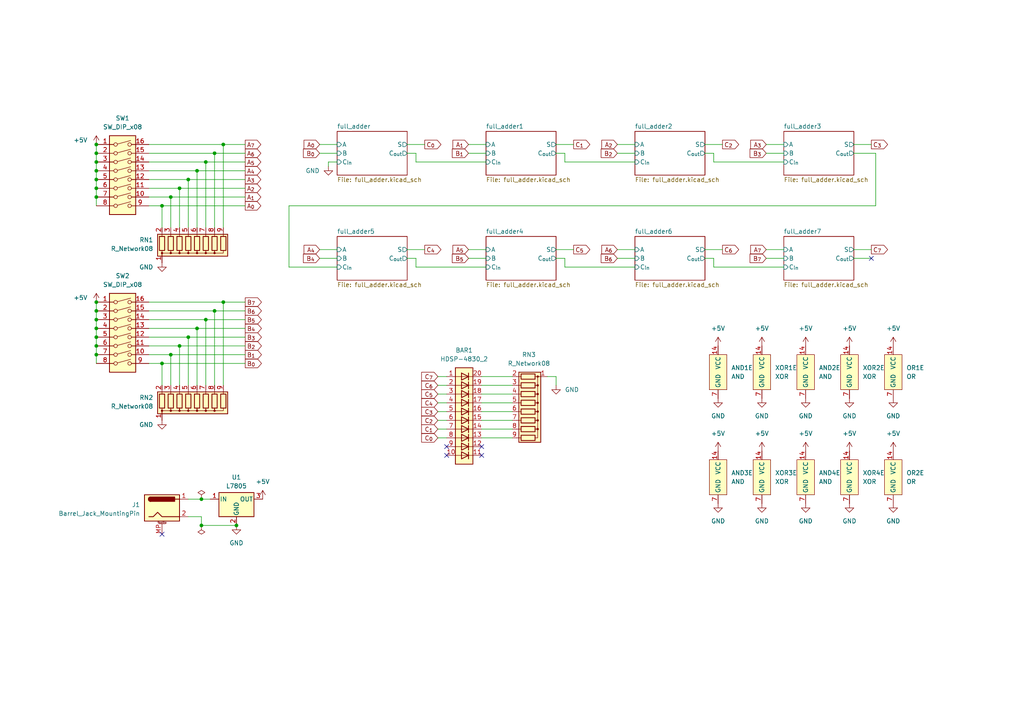
<source format=kicad_sch>
(kicad_sch (version 20230121) (generator eeschema)
  (paper "A4")
  (lib_symbols
    (symbol "Connector:Barrel_Jack_MountingPin" (pin_names hide)
      (property "Reference" "J" (at 0 5.334 0))
      (property "Value" "Barrel_Jack_MountingPin" (at 1.27 -6.35 0))
      (symbol "Barrel_Jack_MountingPin_0_1"
        (rectangle (start -5.08 3.81) (end 5.08 -3.81) (stroke (width 0.254)) (fill (type background)))
        (arc (start -3.302 3.175) (mid -3.9343 2.54) (end -3.302 1.905) (stroke (width 0.254)))
        (arc (start -3.302 3.175) (mid -3.9343 2.54) (end -3.302 1.905) (stroke (width 0.254)) (fill (type outline)))
        (polyline (pts (xy 5.08 2.54) (xy 3.81 2.54)) (stroke (width 0.254)))
        (polyline (pts (xy -3.81 -2.54) (xy -2.54 -2.54) (xy -1.27 -1.27) (xy 0 -2.54) (xy 2.54 -2.54) (xy 5.08 -2.54)) (stroke (width 0.254)))
        (rectangle (start 3.683 3.175) (end -3.302 1.905) (stroke (width 0.254)) (fill (type outline)))
      )
      (symbol "Barrel_Jack_MountingPin_1_1"
        (polyline (pts (xy -1.016 -4.572) (xy 1.016 -4.572)) (stroke (width 0.1524)))
        (text "Mounting" (at 0 -4.191 0) (effects (font (size 0.381 0.381))))
        (pin passive line (at 7.62 2.54 180) (length 2.54) (name "~") (number "1"))
        (pin passive line (at 7.62 -2.54 180) (length 2.54) (name "~") (number "2"))
        (pin passive line (at 0 -7.62 90) (length 3.048) (name "MountPin") (number "MP"))
      )
    )
    (symbol "Device:R_Network08" (pin_names (offset 0) hide)
      (property "Reference" "RN" (at -12.7 0 90))
      (property "Value" "R_Network08" (at 10.16 0 90))
      (symbol "R_Network08_0_1"
        (rectangle (start -11.43 -3.175) (end 8.89 3.175) (stroke (width 0.254)) (fill (type background)))
        (rectangle (start -10.922 1.524) (end -9.398 -2.54) (stroke (width 0.254)))
        (circle (center -10.16 2.286) (radius 0.254) (fill (type outline)))
        (rectangle (start -8.382 1.524) (end -6.858 -2.54) (stroke (width 0.254)))
        (circle (center -7.62 2.286) (radius 0.254) (fill (type outline)))
        (rectangle (start -5.842 1.524) (end -4.318 -2.54) (stroke (width 0.254)))
        (circle (center -5.08 2.286) (radius 0.254) (fill (type outline)))
        (rectangle (start -3.302 1.524) (end -1.778 -2.54) (stroke (width 0.254)))
        (circle (center -2.54 2.286) (radius 0.254) (fill (type outline)))
        (rectangle (start -0.762 1.524) (end 0.762 -2.54) (stroke (width 0.254)))
        (polyline (pts (xy -10.16 -2.54) (xy -10.16 -3.81)))
        (polyline (pts (xy -7.62 -2.54) (xy -7.62 -3.81)))
        (polyline (pts (xy -5.08 -2.54) (xy -5.08 -3.81)))
        (polyline (pts (xy -2.54 -2.54) (xy -2.54 -3.81)))
        (polyline (pts (xy 0 -2.54) (xy 0 -3.81)))
        (polyline (pts (xy 2.54 -2.54) (xy 2.54 -3.81)))
        (polyline (pts (xy 5.08 -2.54) (xy 5.08 -3.81)))
        (polyline (pts (xy 7.62 -2.54) (xy 7.62 -3.81)))
        (polyline (pts (xy -10.16 1.524) (xy -10.16 2.286) (xy -7.62 2.286) (xy -7.62 1.524)))
        (polyline (pts (xy -7.62 1.524) (xy -7.62 2.286) (xy -5.08 2.286) (xy -5.08 1.524)))
        (polyline (pts (xy -5.08 1.524) (xy -5.08 2.286) (xy -2.54 2.286) (xy -2.54 1.524)))
        (polyline (pts (xy -2.54 1.524) (xy -2.54 2.286) (xy 0 2.286) (xy 0 1.524)))
        (polyline (pts (xy 0 1.524) (xy 0 2.286) (xy 2.54 2.286) (xy 2.54 1.524)))
        (polyline (pts (xy 2.54 1.524) (xy 2.54 2.286) (xy 5.08 2.286) (xy 5.08 1.524)))
        (polyline (pts (xy 5.08 1.524) (xy 5.08 2.286) (xy 7.62 2.286) (xy 7.62 1.524)))
        (circle (center 0 2.286) (radius 0.254) (fill (type outline)))
        (rectangle (start 1.778 1.524) (end 3.302 -2.54) (stroke (width 0.254)))
        (circle (center 2.54 2.286) (radius 0.254) (fill (type outline)))
        (rectangle (start 4.318 1.524) (end 5.842 -2.54) (stroke (width 0.254)))
        (circle (center 5.08 2.286) (radius 0.254) (fill (type outline)))
        (rectangle (start 6.858 1.524) (end 8.382 -2.54) (stroke (width 0.254)))
      )
      (symbol "R_Network08_1_1"
        (pin passive line (at -10.16 5.08 270) (length 2.54) (name "common") (number "1"))
        (pin passive line (at -10.16 -5.08 90) (length 1.27) (name "R1") (number "2"))
        (pin passive line (at -7.62 -5.08 90) (length 1.27) (name "R2") (number "3"))
        (pin passive line (at -5.08 -5.08 90) (length 1.27) (name "R3") (number "4"))
        (pin passive line (at -2.54 -5.08 90) (length 1.27) (name "R4") (number "5"))
        (pin passive line (at 0 -5.08 90) (length 1.27) (name "R5") (number "6"))
        (pin passive line (at 2.54 -5.08 90) (length 1.27) (name "R6") (number "7"))
        (pin passive line (at 5.08 -5.08 90) (length 1.27) (name "R7") (number "8"))
        (pin passive line (at 7.62 -5.08 90) (length 1.27) (name "R8") (number "9"))
      )
    )
    (symbol "LED:HDSP-4830_2" (pin_names (offset 1.016) hide)
      (property "Reference" "BAR" (at 0 15.24 0))
      (property "Value" "HDSP-4830_2" (at 0 -17.78 0))
      (symbol "HDSP-4830_2_0_1"
        (rectangle (start -2.54 12.7) (end 2.54 -15.24) (stroke (width 0.254)) (fill (type background)))
        (polyline (pts (xy -2.54 -12.7) (xy 2.54 -12.7)))
        (polyline (pts (xy -2.54 -10.16) (xy 2.54 -10.16)))
        (polyline (pts (xy -2.54 -7.62) (xy 2.54 -7.62)))
        (polyline (pts (xy -2.54 -5.08) (xy 2.54 -5.08)))
        (polyline (pts (xy -2.54 0) (xy 2.54 0)))
        (polyline (pts (xy -2.54 5.08) (xy 2.54 5.08)))
        (polyline (pts (xy -2.54 7.62) (xy 2.54 7.62)))
        (polyline (pts (xy -2.54 10.16) (xy 2.54 10.16)))
        (polyline (pts (xy 1.27 -11.684) (xy 1.27 -13.716)) (stroke (width 0.254)))
        (polyline (pts (xy 1.27 -9.144) (xy 1.27 -11.176)) (stroke (width 0.254)))
        (polyline (pts (xy 1.27 -6.604) (xy 1.27 -8.636)) (stroke (width 0.254)))
        (polyline (pts (xy 1.27 -4.064) (xy 1.27 -6.096)) (stroke (width 0.254)))
        (polyline (pts (xy 1.27 -1.524) (xy 1.27 -3.556)) (stroke (width 0.254)))
        (polyline (pts (xy 1.27 1.016) (xy 1.27 -1.016)) (stroke (width 0.254)))
        (polyline (pts (xy 1.27 3.556) (xy 1.27 1.524)) (stroke (width 0.254)))
        (polyline (pts (xy 1.27 6.096) (xy 1.27 4.064)) (stroke (width 0.254)))
        (polyline (pts (xy 1.27 8.636) (xy 1.27 6.604)) (stroke (width 0.254)))
        (polyline (pts (xy 1.27 11.176) (xy 1.27 9.144)) (stroke (width 0.254)))
        (polyline (pts (xy 2.54 -2.54) (xy -2.54 -2.54)))
        (polyline (pts (xy 2.54 2.54) (xy -2.54 2.54)))
        (polyline (pts (xy -0.762 -11.684) (xy -0.762 -13.716) (xy 1.27 -12.7) (xy -0.762 -11.684)) (stroke (width 0.254)))
        (polyline (pts (xy -0.762 -9.144) (xy -0.762 -11.176) (xy 1.27 -10.16) (xy -0.762 -9.144)) (stroke (width 0.254)))
        (polyline (pts (xy -0.762 -6.604) (xy -0.762 -8.636) (xy 1.27 -7.62) (xy -0.762 -6.604)) (stroke (width 0.254)))
        (polyline (pts (xy -0.762 -4.064) (xy -0.762 -6.096) (xy 1.27 -5.08) (xy -0.762 -4.064)) (stroke (width 0.254)))
        (polyline (pts (xy -0.762 -1.524) (xy -0.762 -3.556) (xy 1.27 -2.54) (xy -0.762 -1.524)) (stroke (width 0.254)))
        (polyline (pts (xy -0.762 1.016) (xy -0.762 -1.016) (xy 1.27 0) (xy -0.762 1.016)) (stroke (width 0.254)))
        (polyline (pts (xy -0.762 3.556) (xy -0.762 1.524) (xy 1.27 2.54) (xy -0.762 3.556)) (stroke (width 0.254)))
        (polyline (pts (xy -0.762 6.096) (xy -0.762 4.064) (xy 1.27 5.08) (xy -0.762 6.096)) (stroke (width 0.254)))
        (polyline (pts (xy -0.762 8.636) (xy -0.762 6.604) (xy 1.27 7.62) (xy -0.762 8.636)) (stroke (width 0.254)))
        (polyline (pts (xy -0.762 11.176) (xy -0.762 9.144) (xy 1.27 10.16) (xy -0.762 11.176)) (stroke (width 0.254)))
      )
      (symbol "HDSP-4830_2_1_1"
        (pin passive line (at -5.08 10.16 0) (length 2.54) (name "A") (number "1"))
        (pin passive line (at -5.08 -12.7 0) (length 2.54) (name "A") (number "10"))
        (pin passive line (at 5.08 -12.7 180) (length 2.54) (name "K") (number "11"))
        (pin passive line (at 5.08 -10.16 180) (length 2.54) (name "K") (number "12"))
        (pin passive line (at 5.08 -7.62 180) (length 2.54) (name "K") (number "13"))
        (pin passive line (at 5.08 -5.08 180) (length 2.54) (name "K") (number "14"))
        (pin passive line (at 5.08 -2.54 180) (length 2.54) (name "K") (number "15"))
        (pin passive line (at 5.08 0 180) (length 2.54) (name "K") (number "16"))
        (pin passive line (at 5.08 2.54 180) (length 2.54) (name "K") (number "17"))
        (pin passive line (at 5.08 5.08 180) (length 2.54) (name "K") (number "18"))
        (pin passive line (at 5.08 7.62 180) (length 2.54) (name "K") (number "19"))
        (pin passive line (at -5.08 7.62 0) (length 2.54) (name "A") (number "2"))
        (pin passive line (at 5.08 10.16 180) (length 2.54) (name "K") (number "20"))
        (pin passive line (at -5.08 5.08 0) (length 2.54) (name "A") (number "3"))
        (pin passive line (at -5.08 2.54 0) (length 2.54) (name "A") (number "4"))
        (pin passive line (at -5.08 0 0) (length 2.54) (name "A") (number "5"))
        (pin passive line (at -5.08 -2.54 0) (length 2.54) (name "A") (number "6"))
        (pin passive line (at -5.08 -5.08 0) (length 2.54) (name "A") (number "7"))
        (pin passive line (at -5.08 -7.62 0) (length 2.54) (name "A") (number "8"))
        (pin passive line (at -5.08 -10.16 0) (length 2.54) (name "A") (number "9"))
      )
    )
    (symbol "Regulator_Linear:L7805" (pin_names (offset 0.254))
      (property "Reference" "U" (at -3.81 3.175 0))
      (property "Value" "L7805" (at 0 3.175 0))
      (symbol "L7805_0_1"
        (rectangle (start -5.08 1.905) (end 5.08 -5.08) (stroke (width 0.254)) (fill (type background)))
      )
      (symbol "L7805_1_1"
        (pin power_in line (at -7.62 0 0) (length 2.54) (name "IN") (number "1"))
        (pin power_in line (at 0 -7.62 90) (length 2.54) (name "GND") (number "2"))
        (pin power_out line (at 7.62 0 180) (length 2.54) (name "OUT") (number "3"))
      )
    )
    (symbol "Switch:SW_DIP_x08" (pin_names (offset 0) hide)
      (property "Reference" "SW" (at 0 13.97 0))
      (property "Value" "SW_DIP_x08" (at 0 -11.43 0))
      (symbol "SW_DIP_x08_0_0"
        (circle (center -2.032 -7.62) (radius 0.508))
        (circle (center -2.032 -5.08) (radius 0.508))
        (circle (center -2.032 -2.54) (radius 0.508))
        (circle (center -2.032 0) (radius 0.508))
        (circle (center -2.032 2.54) (radius 0.508))
        (circle (center -2.032 5.08) (radius 0.508))
        (circle (center -2.032 7.62) (radius 0.508))
        (circle (center -2.032 10.16) (radius 0.508))
        (polyline (pts (xy -1.524 -7.4676) (xy 2.3622 -6.4262)))
        (polyline (pts (xy -1.524 -4.9276) (xy 2.3622 -3.8862)))
        (polyline (pts (xy -1.524 -2.3876) (xy 2.3622 -1.3462)))
        (polyline (pts (xy -1.524 0.127) (xy 2.3622 1.1684)))
        (polyline (pts (xy -1.524 2.667) (xy 2.3622 3.7084)))
        (polyline (pts (xy -1.524 5.207) (xy 2.3622 6.2484)))
        (polyline (pts (xy -1.524 7.747) (xy 2.3622 8.7884)))
        (polyline (pts (xy -1.524 10.287) (xy 2.3622 11.3284)))
        (circle (center 2.032 -7.62) (radius 0.508))
        (circle (center 2.032 -5.08) (radius 0.508))
        (circle (center 2.032 -2.54) (radius 0.508))
        (circle (center 2.032 0) (radius 0.508))
        (circle (center 2.032 2.54) (radius 0.508))
        (circle (center 2.032 5.08) (radius 0.508))
        (circle (center 2.032 7.62) (radius 0.508))
        (circle (center 2.032 10.16) (radius 0.508))
      )
      (symbol "SW_DIP_x08_0_1"
        (rectangle (start -3.81 12.7) (end 3.81 -10.16) (stroke (width 0.254)) (fill (type background)))
      )
      (symbol "SW_DIP_x08_1_1"
        (pin passive line (at -7.62 10.16 0) (length 5.08) (name "~") (number "1"))
        (pin passive line (at 7.62 -5.08 180) (length 5.08) (name "~") (number "10"))
        (pin passive line (at 7.62 -2.54 180) (length 5.08) (name "~") (number "11"))
        (pin passive line (at 7.62 0 180) (length 5.08) (name "~") (number "12"))
        (pin passive line (at 7.62 2.54 180) (length 5.08) (name "~") (number "13"))
        (pin passive line (at 7.62 5.08 180) (length 5.08) (name "~") (number "14"))
        (pin passive line (at 7.62 7.62 180) (length 5.08) (name "~") (number "15"))
        (pin passive line (at 7.62 10.16 180) (length 5.08) (name "~") (number "16"))
        (pin passive line (at -7.62 7.62 0) (length 5.08) (name "~") (number "2"))
        (pin passive line (at -7.62 5.08 0) (length 5.08) (name "~") (number "3"))
        (pin passive line (at -7.62 2.54 0) (length 5.08) (name "~") (number "4"))
        (pin passive line (at -7.62 0 0) (length 5.08) (name "~") (number "5"))
        (pin passive line (at -7.62 -2.54 0) (length 5.08) (name "~") (number "6"))
        (pin passive line (at -7.62 -5.08 0) (length 5.08) (name "~") (number "7"))
        (pin passive line (at -7.62 -7.62 0) (length 5.08) (name "~") (number "8"))
        (pin passive line (at 7.62 -7.62 180) (length 5.08) (name "~") (number "9"))
      )
    )
    (symbol "power:+5V" (power) (pin_names (offset 0))
      (property "Value" "+5V" (at 0 3.556 0))
      (symbol "+5V_0_1"
        (polyline (pts (xy -0.762 1.27) (xy 0 2.54)))
        (polyline (pts (xy 0 0) (xy 0 2.54)))
        (polyline (pts (xy 0 2.54) (xy 0.762 1.27)))
      )
      (symbol "+5V_1_1"
        (pin power_in line (at 0 0 90) (length 0) hide (name "+5V") (number "1"))
      )
    )
    (symbol "power:GND" (power) (pin_names (offset 0))
      (property "Value" "GND" (at 0 -3.81 0))
      (symbol "GND_0_1"
        (polyline (pts (xy 0 0) (xy 0 -1.27) (xy 1.27 -1.27) (xy 0 -2.54) (xy -1.27 -1.27) (xy 0 -1.27)))
      )
      (symbol "GND_1_1"
        (pin power_in line (at 0 0 270) (length 0) hide (name "GND") (number "1"))
      )
    )
    (symbol "power:PWR_FLAG" (power) (pin_numbers hide) (pin_names (offset 0) hide)
      (property "Value" "PWR_FLAG" (at 0 3.81 0))
      (symbol "PWR_FLAG_0_0"
        (pin power_out line (at 0 0 90) (length 0) (name "pwr") (number "1"))
      )
      (symbol "PWR_FLAG_0_1"
        (polyline (pts (xy 0 0) (xy 0 1.27) (xy -1.016 1.905) (xy 0 2.54) (xy 1.016 1.905) (xy 0 1.27)))
      )
    )
    (symbol "small_logic:AND"
      (property "Reference" "U" (at 2.54 8.89 0))
      (property "Value" "AND" (at 2.54 6.35 0))
      (symbol "AND_1_1"
        (polyline (pts (xy 0.0873 2.54) (xy -2.4527 2.54) (xy -2.4527 -2.54) (xy 0.0873 -2.54)) (fill (type background)))
        (arc (start 0.0873 -2.54) (mid 2.5415 0) (end 0.0873 2.54) (fill (type background)))
        (text "&" (at 0 0 0) (effects (font (size 2 2))))
        (pin input line (at -5.08 1.27 0) (length 2.54) (name "") (number "1"))
        (pin input line (at -5.08 -1.27 0) (length 2.54) (name "") (number "2"))
        (pin output line (at 5.08 0 180) (length 2.54) (name "") (number "3"))
      )
      (symbol "AND_2_1"
        (polyline (pts (xy 0.0873 2.54) (xy -2.4527 2.54) (xy -2.4527 -2.54) (xy 0.0873 -2.54)) (fill (type background)))
        (arc (start 0.0873 -2.54) (mid 2.5415 0) (end 0.0873 2.54) (fill (type background)))
        (text "&" (at 0 0 0) (effects (font (size 2 2))))
        (pin input line (at -5.08 1.27 0) (length 2.54) (name "") (number "4"))
        (pin input line (at -5.08 -1.27 0) (length 2.54) (name "") (number "5"))
        (pin output line (at 5.08 0 180) (length 2.54) (name "") (number "6"))
      )
      (symbol "AND_3_1"
        (polyline (pts (xy 0.0873 2.54) (xy -2.4527 2.54) (xy -2.4527 -2.54) (xy 0.0873 -2.54)) (fill (type background)))
        (arc (start 0.0873 -2.54) (mid 2.5415 0) (end 0.0873 2.54) (fill (type background)))
        (text "&" (at 0 0 0) (effects (font (size 2 2))))
        (pin input line (at -5.08 -1.27 0) (length 2.54) (name "") (number "10"))
        (pin output line (at 5.08 0 180) (length 2.54) (name "") (number "8"))
        (pin input line (at -5.08 1.27 0) (length 2.54) (name "") (number "9"))
      )
      (symbol "AND_4_1"
        (polyline (pts (xy 0.0873 2.54) (xy -2.4527 2.54) (xy -2.4527 -2.54) (xy 0.0873 -2.54)) (fill (type background)))
        (arc (start 0.0873 -2.54) (mid 2.5415 0) (end 0.0873 2.54) (fill (type background)))
        (text "&" (at 0 0 0) (effects (font (size 2 2))))
        (pin output line (at 5.08 0 180) (length 2.54) (name "") (number "11"))
        (pin input line (at -5.08 1.27 0) (length 2.54) (name "") (number "12"))
        (pin input line (at -5.08 -1.27 0) (length 2.54) (name "") (number "13"))
      )
      (symbol "AND_5_1"
        (rectangle (start -2.54 5.08) (end 2.54 -5.08) (fill (type background)))
        (pin power_in line (at 0 7.62 270) (length 2.54) (name "VCC") (number "14"))
        (pin power_in line (at 0 -7.62 90) (length 2.54) (name "GND") (number "7"))
      )
    )
    (symbol "small_logic:OR"
      (property "Reference" "U" (at 2.54 8.89 0))
      (property "Value" "OR" (at 2.54 6.35 0))
      (symbol "OR_1_1"
        (polyline (pts (xy -3.048 2.54) (xy -2.54 1.27) (xy -2.286 0) (xy -2.54 -1.27) (xy -3.048 -2.54) (xy -0.762 -2.286) (xy 0.762 -1.524) (xy 2.54 0) (xy 0.762 1.524) (xy -0.762 2.286) (xy -3.048 2.54)) (fill (type background)))
        (text "≥1" (at -0.0945 0 0) (effects (font (size 1.5 1.5))))
        (pin input line (at -5.08 1.27 0) (length 2.54) (name "") (number "1"))
        (pin input line (at -5.08 -1.27 0) (length 2.54) (name "") (number "2"))
        (pin output line (at 5.08 0 180) (length 2.54) (name "") (number "3"))
      )
      (symbol "OR_2_1"
        (polyline (pts (xy -3.048 2.54) (xy -2.54 1.27) (xy -2.286 0) (xy -2.54 -1.27) (xy -3.048 -2.54) (xy -0.762 -2.286) (xy 0.762 -1.524) (xy 2.54 0) (xy 0.762 1.524) (xy -0.762 2.286) (xy -3.048 2.54)) (fill (type background)))
        (text "≥1" (at -0.0943 0 0) (effects (font (size 1.5 1.5))))
        (pin input line (at -5.08 1.27 0) (length 2.54) (name "") (number "4"))
        (pin input line (at -5.08 -1.27 0) (length 2.54) (name "") (number "5"))
        (pin output line (at 5.08 0 180) (length 2.54) (name "") (number "6"))
      )
      (symbol "OR_3_1"
        (polyline (pts (xy -3.048 2.54) (xy -2.54 1.27) (xy -2.286 0) (xy -2.54 -1.27) (xy -3.048 -2.54) (xy -0.762 -2.286) (xy 0.762 -1.524) (xy 2.54 0) (xy 0.762 1.524) (xy -0.762 2.286) (xy -3.048 2.54)) (fill (type background)))
        (text "≥1" (at -0.0943 0 0) (effects (font (size 1.5 1.5))))
        (pin input line (at -5.08 -1.27 0) (length 2.54) (name "") (number "10"))
        (pin output line (at 5.08 0 180) (length 2.54) (name "") (number "8"))
        (pin input line (at -5.08 1.27 0) (length 2.54) (name "") (number "9"))
      )
      (symbol "OR_4_1"
        (polyline (pts (xy -3.048 2.54) (xy -2.54 1.27) (xy -2.286 0) (xy -2.54 -1.27) (xy -3.048 -2.54) (xy -0.762 -2.286) (xy 0.762 -1.524) (xy 2.54 0) (xy 0.762 1.524) (xy -0.762 2.286) (xy -3.048 2.54)) (fill (type background)))
        (text "≥1" (at -0.0943 0 0) (effects (font (size 1.5 1.5))))
        (pin output line (at 5.08 0 180) (length 2.54) (name "") (number "11"))
        (pin input line (at -5.08 1.27 0) (length 2.54) (name "") (number "12"))
        (pin input line (at -5.08 -1.27 0) (length 2.54) (name "") (number "13"))
      )
      (symbol "OR_5_1"
        (rectangle (start -2.54 5.08) (end 2.54 -5.08) (fill (type background)))
        (pin power_in line (at 0 7.62 270) (length 2.54) (name "VCC") (number "14"))
        (pin power_in line (at 0 -7.62 90) (length 2.54) (name "GND") (number "7"))
      )
    )
    (symbol "small_logic:XOR"
      (property "Reference" "U" (at 2.54 8.89 0))
      (property "Value" "XOR" (at 2.54 6.35 0))
      (symbol "XOR_1_1"
        (arc (start -3.1425 -2.54) (mid -2.3106 0) (end -3.1425 2.54) (stroke (width 0.25)))
        (polyline (pts (xy -2.286 2.54) (xy -1.778 1.27) (xy -1.524 0) (xy -1.778 -1.27) (xy -2.286 -2.54) (xy -0.762 -2.286) (xy 0.762 -1.524) (xy 2.54 0) (xy 0.762 1.524) (xy -0.762 2.286) (xy -2.286 2.54)) (fill (type background)))
        (text "=1" (at -0.0945 0 0) (effects (font (size 1.5 1.5))))
        (pin input line (at -5.08 1.27 0) (length 2.54) (name "") (number "1"))
        (pin input line (at -5.08 -1.27 0) (length 2.54) (name "") (number "2"))
        (pin output line (at 5.08 0 180) (length 2.54) (name "") (number "3"))
      )
      (symbol "XOR_2_1"
        (arc (start -3.1423 -2.54) (mid -2.3104 0) (end -3.1423 2.54) (stroke (width 0.25)))
        (polyline (pts (xy -2.2858 2.54) (xy -1.7778 1.27) (xy -1.5238 0) (xy -1.7778 -1.27) (xy -2.2858 -2.54) (xy -0.7618 -2.286) (xy 0.7622 -1.524) (xy 2.5402 0) (xy 0.7622 1.524) (xy -0.7618 2.286) (xy -2.2858 2.54)) (fill (type background)))
        (text "=1" (at -0.0943 0 0) (effects (font (size 1.5 1.5))))
        (pin input line (at -5.08 1.27 0) (length 2.54) (name "") (number "4"))
        (pin input line (at -5.08 -1.27 0) (length 2.54) (name "") (number "5"))
        (pin output line (at 5.08 0 180) (length 2.54) (name "") (number "6"))
      )
      (symbol "XOR_3_1"
        (arc (start -3.1423 -2.54) (mid -2.3104 0) (end -3.1423 2.54) (stroke (width 0.25)))
        (polyline (pts (xy -2.2858 2.54) (xy -1.7778 1.27) (xy -1.5238 0) (xy -1.7778 -1.27) (xy -2.2858 -2.54) (xy -0.7618 -2.286) (xy 0.7622 -1.524) (xy 2.5402 0) (xy 0.7622 1.524) (xy -0.7618 2.286) (xy -2.2858 2.54)) (fill (type background)))
        (text "=1" (at -0.0943 0 0) (effects (font (size 1.5 1.5))))
        (pin input line (at -5.08 -1.27 0) (length 2.54) (name "") (number "10"))
        (pin output line (at 5.08 0 180) (length 2.54) (name "") (number "8"))
        (pin input line (at -5.08 1.27 0) (length 2.54) (name "") (number "9"))
      )
      (symbol "XOR_4_1"
        (arc (start -3.1423 -2.54) (mid -2.3104 0) (end -3.1423 2.54) (stroke (width 0.25)))
        (polyline (pts (xy -2.2858 2.54) (xy -1.7778 1.27) (xy -1.5238 0) (xy -1.7778 -1.27) (xy -2.2858 -2.54) (xy -0.7618 -2.286) (xy 0.7622 -1.524) (xy 2.5402 0) (xy 0.7622 1.524) (xy -0.7618 2.286) (xy -2.2858 2.54)) (fill (type background)))
        (text "=1" (at -0.0943 0 0) (effects (font (size 1.5 1.5))))
        (pin output line (at 5.08 0 180) (length 2.54) (name "") (number "11"))
        (pin input line (at -5.08 1.27 0) (length 2.54) (name "") (number "12"))
        (pin input line (at -5.08 -1.27 0) (length 2.54) (name "") (number "13"))
      )
      (symbol "XOR_5_1"
        (rectangle (start -2.54 5.08) (end 2.54 -5.08) (fill (type background)))
        (pin power_in line (at 0 7.62 270) (length 2.54) (name "VCC") (number "14"))
        (pin power_in line (at 0 -7.62 90) (length 2.54) (name "GND") (number "7"))
      )
    )
  )
  (junction (at 27.94 100.33))
  (junction (at 27.94 90.17))
  (junction (at 27.94 97.79))
  (junction (at 27.94 52.07))
  (junction (at 52.07 54.61))
  (junction (at 62.23 44.45))
  (junction (at 59.69 46.99))
  (junction (at 27.94 41.91))
  (junction (at 54.61 52.07))
  (junction (at 46.99 59.69))
  (junction (at 49.53 102.87))
  (junction (at 27.94 57.15))
  (junction (at 27.94 54.61))
  (junction (at 49.53 57.15))
  (junction (at 64.77 41.91))
  (junction (at 27.94 95.25))
  (junction (at 52.07 100.33))
  (junction (at 27.94 49.53))
  (junction (at 54.61 97.79))
  (junction (at 27.94 92.71))
  (junction (at 58.42 144.78))
  (junction (at 58.42 152.4))
  (junction (at 27.94 102.87))
  (junction (at 27.94 46.99))
  (junction (at 27.94 44.45))
  (junction (at 64.77 87.63))
  (junction (at 57.15 95.25))
  (junction (at 27.94 87.63))
  (junction (at 57.15 49.53))
  (junction (at 59.69 92.71))
  (junction (at 62.23 90.17))
  (junction (at 46.99 105.41))
  (junction (at 68.58 152.4))
  (no_connect (at 129.54 129.54))
  (no_connect (at 129.54 132.08))
  (no_connect (at 139.7 129.54))
  (no_connect (at 139.7 132.08))
  (no_connect (at 46.99 154.94))
  (no_connect (at 252.73 74.93))
  (wire (pts (xy 62.23 44.45) (xy 71.12 44.45)))
  (wire (pts (xy 254 59.69) (xy 83.82 59.69)))
  (wire (pts (xy 54.61 52.07) (xy 71.12 52.07)))
  (wire (pts (xy 222.25 44.45) (xy 227.33 44.45)))
  (wire (pts (xy 52.07 54.61) (xy 71.12 54.61)))
  (wire (pts (xy 64.77 66.04) (xy 64.77 41.91)))
  (wire (pts (xy 120.65 74.93) (xy 120.65 77.47)))
  (wire (pts (xy 52.07 100.33) (xy 71.12 100.33)))
  (wire (pts (xy 207.01 74.93) (xy 207.01 77.47)))
  (wire (pts (xy 179.07 41.91) (xy 184.15 41.91)))
  (wire (pts (xy 43.18 87.63) (xy 64.77 87.63)))
  (wire (pts (xy 59.69 66.04) (xy 59.69 46.99)))
  (wire (pts (xy 252.73 41.91) (xy 247.65 41.91)))
  (wire (pts (xy 95.25 48.26) (xy 95.25 46.99)))
  (wire (pts (xy 43.18 105.41) (xy 46.99 105.41)))
  (wire (pts (xy 64.77 111.76) (xy 64.77 87.63)))
  (wire (pts (xy 148.59 127) (xy 139.7 127)))
  (wire (pts (xy 179.07 74.93) (xy 184.15 74.93)))
  (wire (pts (xy 83.82 59.69) (xy 83.82 77.47)))
  (wire (pts (xy 161.29 109.22) (xy 161.29 111.76)))
  (wire (pts (xy 57.15 66.04) (xy 57.15 49.53)))
  (wire (pts (xy 127 119.38) (xy 129.54 119.38)))
  (wire (pts (xy 62.23 111.76) (xy 62.23 90.17)))
  (wire (pts (xy 92.71 44.45) (xy 97.79 44.45)))
  (wire (pts (xy 46.99 105.41) (xy 46.99 111.76)))
  (wire (pts (xy 27.94 97.79) (xy 27.94 100.33)))
  (wire (pts (xy 92.71 72.39) (xy 97.79 72.39)))
  (wire (pts (xy 57.15 111.76) (xy 57.15 95.25)))
  (wire (pts (xy 163.83 74.93) (xy 163.83 77.47)))
  (wire (pts (xy 62.23 90.17) (xy 71.12 90.17)))
  (wire (pts (xy 27.94 90.17) (xy 27.94 92.71)))
  (wire (pts (xy 54.61 97.79) (xy 71.12 97.79)))
  (wire (pts (xy 52.07 100.33) (xy 52.07 111.76)))
  (wire (pts (xy 43.18 54.61) (xy 52.07 54.61)))
  (wire (pts (xy 158.75 109.22) (xy 161.29 109.22)))
  (wire (pts (xy 179.07 72.39) (xy 184.15 72.39)))
  (wire (pts (xy 161.29 74.93) (xy 163.83 74.93)))
  (wire (pts (xy 92.71 41.91) (xy 97.79 41.91)))
  (wire (pts (xy 43.18 92.71) (xy 59.69 92.71)))
  (wire (pts (xy 43.18 59.69) (xy 46.99 59.69)))
  (wire (pts (xy 54.61 149.86) (xy 58.42 149.86)))
  (wire (pts (xy 54.61 144.78) (xy 58.42 144.78)))
  (wire (pts (xy 83.82 77.47) (xy 97.79 77.47)))
  (wire (pts (xy 139.7 124.46) (xy 148.59 124.46)))
  (wire (pts (xy 58.42 152.4) (xy 68.58 152.4)))
  (wire (pts (xy 27.94 46.99) (xy 27.94 49.53)))
  (wire (pts (xy 43.18 46.99) (xy 59.69 46.99)))
  (wire (pts (xy 43.18 52.07) (xy 54.61 52.07)))
  (wire (pts (xy 163.83 46.99) (xy 184.15 46.99)))
  (wire (pts (xy 27.94 52.07) (xy 27.94 54.61)))
  (wire (pts (xy 46.99 59.69) (xy 71.12 59.69)))
  (wire (pts (xy 209.55 72.39) (xy 204.47 72.39)))
  (wire (pts (xy 135.89 44.45) (xy 140.97 44.45)))
  (wire (pts (xy 207.01 44.45) (xy 207.01 46.99)))
  (wire (pts (xy 59.69 46.99) (xy 71.12 46.99)))
  (wire (pts (xy 49.53 57.15) (xy 71.12 57.15)))
  (wire (pts (xy 148.59 116.84) (xy 139.7 116.84)))
  (wire (pts (xy 54.61 97.79) (xy 43.18 97.79)))
  (wire (pts (xy 27.94 100.33) (xy 27.94 102.87)))
  (wire (pts (xy 58.42 144.78) (xy 60.96 144.78)))
  (wire (pts (xy 166.37 41.91) (xy 161.29 41.91)))
  (wire (pts (xy 43.18 57.15) (xy 49.53 57.15)))
  (wire (pts (xy 57.15 95.25) (xy 71.12 95.25)))
  (wire (pts (xy 118.11 74.93) (xy 120.65 74.93)))
  (wire (pts (xy 207.01 46.99) (xy 227.33 46.99)))
  (wire (pts (xy 161.29 44.45) (xy 163.83 44.45)))
  (wire (pts (xy 64.77 41.91) (xy 71.12 41.91)))
  (wire (pts (xy 139.7 119.38) (xy 148.59 119.38)))
  (wire (pts (xy 27.94 87.63) (xy 27.94 90.17)))
  (wire (pts (xy 49.53 102.87) (xy 43.18 102.87)))
  (wire (pts (xy 163.83 44.45) (xy 163.83 46.99)))
  (wire (pts (xy 123.19 41.91) (xy 118.11 41.91)))
  (wire (pts (xy 95.25 46.99) (xy 97.79 46.99)))
  (wire (pts (xy 222.25 74.93) (xy 227.33 74.93)))
  (wire (pts (xy 62.23 66.04) (xy 62.23 44.45)))
  (wire (pts (xy 49.53 57.15) (xy 49.53 66.04)))
  (wire (pts (xy 46.99 59.69) (xy 46.99 66.04)))
  (wire (pts (xy 204.47 44.45) (xy 207.01 44.45)))
  (wire (pts (xy 59.69 92.71) (xy 71.12 92.71)))
  (wire (pts (xy 209.55 41.91) (xy 204.47 41.91)))
  (wire (pts (xy 43.18 100.33) (xy 52.07 100.33)))
  (wire (pts (xy 27.94 57.15) (xy 27.94 54.61)))
  (wire (pts (xy 27.94 102.87) (xy 27.94 105.41)))
  (wire (pts (xy 54.61 111.76) (xy 54.61 97.79)))
  (wire (pts (xy 135.89 72.39) (xy 140.97 72.39)))
  (wire (pts (xy 120.65 46.99) (xy 140.97 46.99)))
  (wire (pts (xy 43.18 49.53) (xy 57.15 49.53)))
  (wire (pts (xy 120.65 77.47) (xy 140.97 77.47)))
  (wire (pts (xy 139.7 111.76) (xy 148.59 111.76)))
  (wire (pts (xy 204.47 74.93) (xy 207.01 74.93)))
  (wire (pts (xy 127 124.46) (xy 129.54 124.46)))
  (wire (pts (xy 163.83 77.47) (xy 184.15 77.47)))
  (wire (pts (xy 58.42 149.86) (xy 58.42 152.4)))
  (wire (pts (xy 207.01 77.47) (xy 227.33 77.47)))
  (wire (pts (xy 27.94 59.69) (xy 27.94 57.15)))
  (wire (pts (xy 43.18 44.45) (xy 62.23 44.45)))
  (wire (pts (xy 129.54 109.22) (xy 127 109.22)))
  (wire (pts (xy 127 116.84) (xy 129.54 116.84)))
  (wire (pts (xy 127 111.76) (xy 129.54 111.76)))
  (wire (pts (xy 135.89 41.91) (xy 140.97 41.91)))
  (wire (pts (xy 222.25 41.91) (xy 227.33 41.91)))
  (wire (pts (xy 123.19 72.39) (xy 118.11 72.39)))
  (wire (pts (xy 54.61 66.04) (xy 54.61 52.07)))
  (wire (pts (xy 57.15 49.53) (xy 71.12 49.53)))
  (wire (pts (xy 129.54 121.92) (xy 127 121.92)))
  (wire (pts (xy 127 114.3) (xy 129.54 114.3)))
  (wire (pts (xy 252.73 74.93) (xy 247.65 74.93)))
  (wire (pts (xy 27.94 95.25) (xy 27.94 97.79)))
  (wire (pts (xy 252.73 72.39) (xy 247.65 72.39)))
  (wire (pts (xy 43.18 41.91) (xy 64.77 41.91)))
  (wire (pts (xy 129.54 127) (xy 127 127)))
  (wire (pts (xy 166.37 72.39) (xy 161.29 72.39)))
  (wire (pts (xy 135.89 74.93) (xy 140.97 74.93)))
  (wire (pts (xy 139.7 114.3) (xy 148.59 114.3)))
  (wire (pts (xy 43.18 95.25) (xy 57.15 95.25)))
  (wire (pts (xy 222.25 72.39) (xy 227.33 72.39)))
  (wire (pts (xy 27.94 92.71) (xy 27.94 95.25)))
  (wire (pts (xy 64.77 87.63) (xy 71.12 87.63)))
  (wire (pts (xy 27.94 44.45) (xy 27.94 46.99)))
  (wire (pts (xy 27.94 49.53) (xy 27.94 52.07)))
  (wire (pts (xy 92.71 74.93) (xy 97.79 74.93)))
  (wire (pts (xy 120.65 44.45) (xy 120.65 46.99)))
  (wire (pts (xy 49.53 102.87) (xy 71.12 102.87)))
  (wire (pts (xy 59.69 111.76) (xy 59.69 92.71)))
  (wire (pts (xy 254 44.45) (xy 254 59.69)))
  (wire (pts (xy 148.59 109.22) (xy 139.7 109.22)))
  (wire (pts (xy 179.07 44.45) (xy 184.15 44.45)))
  (wire (pts (xy 247.65 44.45) (xy 254 44.45)))
  (wire (pts (xy 148.59 121.92) (xy 139.7 121.92)))
  (wire (pts (xy 49.53 102.87) (xy 49.53 111.76)))
  (wire (pts (xy 52.07 54.61) (xy 52.07 66.04)))
  (wire (pts (xy 118.11 44.45) (xy 120.65 44.45)))
  (wire (pts (xy 46.99 105.41) (xy 71.12 105.41)))
  (wire (pts (xy 27.94 41.91) (xy 27.94 44.45)))
  (wire (pts (xy 43.18 90.17) (xy 62.23 90.17)))
  (global_label "A_{2}" (shape input) (at 179.07 41.91 180) (property "Intersheetrefs" "${INTERSHEET_REFS}" (effects hide)))
  (global_label "A_{0}" (shape input) (at 92.71 41.91 180) (property "Intersheetrefs" "${INTERSHEET_REFS}" (effects hide)))
  (global_label "B_{0}" (shape output) (at 71.12 105.41 0) (property "Intersheetrefs" "${INTERSHEET_REFS}" (effects hide)))
  (global_label "C_{2}" (shape input) (at 127 121.92 180) (property "Intersheetrefs" "${INTERSHEET_REFS}" (effects hide)))
  (global_label "A_{1}" (shape input) (at 135.89 41.91 180) (property "Intersheetrefs" "${INTERSHEET_REFS}" (effects hide)))
  (global_label "B_{3}" (shape output) (at 71.12 97.79 0) (property "Intersheetrefs" "${INTERSHEET_REFS}" (effects hide)))
  (global_label "B_{2}" (shape output) (at 71.12 100.33 0) (property "Intersheetrefs" "${INTERSHEET_REFS}" (effects hide)))
  (global_label "B_{4}" (shape input) (at 92.71 74.93 180) (property "Intersheetrefs" "${INTERSHEET_REFS}" (effects hide)))
  (global_label "B_{4}" (shape output) (at 71.12 95.25 0) (property "Intersheetrefs" "${INTERSHEET_REFS}" (effects hide)))
  (global_label "B_{7}" (shape output) (at 71.12 87.63 0) (property "Intersheetrefs" "${INTERSHEET_REFS}" (effects hide)))
  (global_label "C_{3}" (shape input) (at 127 119.38 180) (property "Intersheetrefs" "${INTERSHEET_REFS}" (effects hide)))
  (global_label "C_{6}" (shape input) (at 127 111.76 180) (property "Intersheetrefs" "${INTERSHEET_REFS}" (effects hide)))
  (global_label "A_{7}" (shape input) (at 222.25 72.39 180) (property "Intersheetrefs" "${INTERSHEET_REFS}" (effects hide)))
  (global_label "B_{5}" (shape input) (at 135.89 74.93 180) (property "Intersheetrefs" "${INTERSHEET_REFS}" (effects hide)))
  (global_label "A_{2}" (shape output) (at 71.12 54.61 0) (property "Intersheetrefs" "${INTERSHEET_REFS}" (effects hide)))
  (global_label "C_{0}" (shape input) (at 127 127 180) (property "Intersheetrefs" "${INTERSHEET_REFS}" (effects hide)))
  (global_label "C_{4}" (shape output) (at 123.19 72.39 0) (property "Intersheetrefs" "${INTERSHEET_REFS}" (effects hide)))
  (global_label "A_{5}" (shape output) (at 71.12 46.99 0) (property "Intersheetrefs" "${INTERSHEET_REFS}" (effects hide)))
  (global_label "A_{4}" (shape output) (at 71.12 49.53 0) (property "Intersheetrefs" "${INTERSHEET_REFS}" (effects hide)))
  (global_label "C_{3}" (shape output) (at 252.73 41.91 0) (property "Intersheetrefs" "${INTERSHEET_REFS}" (effects hide)))
  (global_label "B_{1}" (shape output) (at 71.12 102.87 0) (property "Intersheetrefs" "${INTERSHEET_REFS}" (effects hide)))
  (global_label "B_{7}" (shape input) (at 222.25 74.93 180) (property "Intersheetrefs" "${INTERSHEET_REFS}" (effects hide)))
  (global_label "B_{5}" (shape output) (at 71.12 92.71 0) (property "Intersheetrefs" "${INTERSHEET_REFS}" (effects hide)))
  (global_label "B_{2}" (shape input) (at 179.07 44.45 180) (property "Intersheetrefs" "${INTERSHEET_REFS}" (effects hide)))
  (global_label "A_{4}" (shape input) (at 92.71 72.39 180) (property "Intersheetrefs" "${INTERSHEET_REFS}" (effects hide)))
  (global_label "B_{6}" (shape output) (at 71.12 90.17 0) (property "Intersheetrefs" "${INTERSHEET_REFS}" (effects hide)))
  (global_label "C_{4}" (shape input) (at 127 116.84 180) (property "Intersheetrefs" "${INTERSHEET_REFS}" (effects hide)))
  (global_label "C_{0}" (shape output) (at 123.19 41.91 0) (property "Intersheetrefs" "${INTERSHEET_REFS}" (effects hide)))
  (global_label "B_{0}" (shape input) (at 92.71 44.45 180) (property "Intersheetrefs" "${INTERSHEET_REFS}" (effects hide)))
  (global_label "C_{5}" (shape output) (at 166.37 72.39 0) (property "Intersheetrefs" "${INTERSHEET_REFS}" (effects hide)))
  (global_label "A_{6}" (shape output) (at 71.12 44.45 0) (property "Intersheetrefs" "${INTERSHEET_REFS}" (effects hide)))
  (global_label "A_{3}" (shape input) (at 222.25 41.91 180) (property "Intersheetrefs" "${INTERSHEET_REFS}" (effects hide)))
  (global_label "B_{3}" (shape input) (at 222.25 44.45 180) (property "Intersheetrefs" "${INTERSHEET_REFS}" (effects hide)))
  (global_label "C_{1}" (shape output) (at 166.37 41.91 0) (property "Intersheetrefs" "${INTERSHEET_REFS}" (effects hide)))
  (global_label "C_{7}" (shape output) (at 252.73 72.39 0) (property "Intersheetrefs" "${INTERSHEET_REFS}" (effects hide)))
  (global_label "C_{2}" (shape output) (at 209.55 41.91 0) (property "Intersheetrefs" "${INTERSHEET_REFS}" (effects hide)))
  (global_label "C_{6}" (shape output) (at 209.55 72.39 0) (property "Intersheetrefs" "${INTERSHEET_REFS}" (effects hide)))
  (global_label "B_{6}" (shape input) (at 179.07 74.93 180) (property "Intersheetrefs" "${INTERSHEET_REFS}" (effects hide)))
  (global_label "C_{1}" (shape input) (at 127 124.46 180) (property "Intersheetrefs" "${INTERSHEET_REFS}" (effects hide)))
  (global_label "A_{3}" (shape output) (at 71.12 52.07 0) (property "Intersheetrefs" "${INTERSHEET_REFS}" (effects hide)))
  (global_label "A_{6}" (shape input) (at 179.07 72.39 180) (property "Intersheetrefs" "${INTERSHEET_REFS}" (effects hide)))
  (global_label "A_{7}" (shape output) (at 71.12 41.91 0) (property "Intersheetrefs" "${INTERSHEET_REFS}" (effects hide)))
  (global_label "C_{5}" (shape input) (at 127 114.3 180) (property "Intersheetrefs" "${INTERSHEET_REFS}" (effects hide)))
  (global_label "A_{1}" (shape output) (at 71.12 57.15 0) (property "Intersheetrefs" "${INTERSHEET_REFS}" (effects hide)))
  (global_label "C_{7}" (shape input) (at 127 109.22 180) (property "Intersheetrefs" "${INTERSHEET_REFS}" (effects hide)))
  (global_label "A_{0}" (shape output) (at 71.12 59.69 0) (property "Intersheetrefs" "${INTERSHEET_REFS}" (effects hide)))
  (global_label "B_{1}" (shape input) (at 135.89 44.45 180) (property "Intersheetrefs" "${INTERSHEET_REFS}" (effects hide)))
  (global_label "A_{5}" (shape input) (at 135.89 72.39 180) (property "Intersheetrefs" "${INTERSHEET_REFS}" (effects hide)))
  (symbol (lib_id "power:GND") (at 208.28 146.05 0) (unit 1)
    (property "Reference" "#PWR022" (effects hide))
    (property "Value" "GND" (at 208.28 151.13 0))
  )
  (symbol (lib_id "power:GND") (at 68.58 152.4 0) (unit 1)
    (property "Reference" "#PWR028" (effects hide))
    (property "Value" "GND" (at 68.58 157.48 0))
  )
  (symbol (lib_id "power:+5V") (at 27.94 87.63 0) (mirror y) (unit 1)
    (property "Reference" "#PWR03" (effects hide))
    (property "Value" "+5V" (at 25.4 86.36 0) (effects (justify left)))
  )
  (symbol (lib_id "Device:R_Network08") (at 153.67 119.38 270) (unit 1)
    (property "Reference" "RN3" (at 153.416 102.87 90))
    (property "Value" "R_Network08" (at 153.416 105.41 90))
    (property "Footprint" "Resistor_THT:R_Array_SIP9" (effects hide))
    (property "Datasheet" "http://www.vishay.com/docs/31509/csc.pdf" (effects hide))
  )
  (symbol (lib_id "small_logic:AND") (at 233.68 107.95 0) (unit 5)
    (property "Reference" "AND2" (at 237.49 106.68 0) (effects (justify left)))
    (property "Value" "AND" (at 237.49 109.22 0) (effects (justify left)))
    (property "Footprint" "Package_DIP:DIP-14_W7.62mm_Socket" (effects hide))
  )
  (symbol (lib_id "power:+5V") (at 259.08 100.33 0) (unit 1)
    (property "Reference" "#PWR07" (effects hide))
    (property "Value" "+5V" (at 259.08 95.25 0))
  )
  (symbol (lib_id "power:+5V") (at 220.98 130.81 0) (unit 1)
    (property "Reference" "#PWR018" (effects hide))
    (property "Value" "+5V" (at 220.98 125.73 0))
  )
  (symbol (lib_id "power:GND") (at 246.38 115.57 0) (unit 1)
    (property "Reference" "#PWR015" (effects hide))
    (property "Value" "GND" (at 246.38 120.65 0))
  )
  (symbol (lib_id "power:+5V") (at 220.98 100.33 0) (unit 1)
    (property "Reference" "#PWR06" (effects hide))
    (property "Value" "+5V" (at 220.98 95.25 0))
  )
  (symbol (lib_id "power:GND") (at 220.98 146.05 0) (unit 1)
    (property "Reference" "#PWR023" (effects hide))
    (property "Value" "GND" (at 220.98 151.13 0))
  )
  (symbol (lib_id "power:GND") (at 161.29 111.76 0) (unit 1)
    (property "Reference" "#PWR012" (effects hide))
    (property "Value" "GND" (at 163.83 113.03 0) (effects (justify left)))
  )
  (symbol (lib_id "power:GND") (at 246.38 146.05 0) (unit 1)
    (property "Reference" "#PWR025" (effects hide))
    (property "Value" "GND" (at 246.38 151.13 0))
  )
  (symbol (lib_id "small_logic:OR") (at 259.08 138.43 0) (unit 5)
    (property "Reference" "OR2" (at 262.89 137.16 0) (effects (justify left)))
    (property "Value" "OR" (at 262.89 139.7 0) (effects (justify left)))
    (property "Footprint" "Package_DIP:DIP-14_W7.62mm_Socket" (effects hide))
  )
  (symbol (lib_id "LED:HDSP-4830_2") (at 134.62 119.38 0) (unit 1)
    (property "Reference" "BAR1" (at 134.62 101.6 0))
    (property "Value" "HDSP-4830_2" (at 134.62 104.14 0))
    (property "Footprint" "Display:HDSP-4830" (effects hide))
    (property "Datasheet" "https://docs.broadcom.com/docs/AV02-1798EN" (effects hide))
  )
  (symbol (lib_id "small_logic:AND") (at 208.28 107.95 0) (unit 5)
    (property "Reference" "AND1" (at 212.09 106.68 0) (effects (justify left)))
    (property "Value" "AND" (at 212.09 109.22 0) (effects (justify left)))
    (property "Footprint" "Package_DIP:DIP-14_W7.62mm_Socket" (effects hide))
  )
  (symbol (lib_id "small_logic:XOR") (at 246.38 107.95 0) (unit 5)
    (property "Reference" "XOR2" (at 250.19 106.68 0) (effects (justify left)))
    (property "Value" "XOR" (at 250.19 109.22 0) (effects (justify left)))
    (property "Footprint" "Package_DIP:DIP-14_W7.62mm_Socket" (effects hide))
  )
  (symbol (lib_id "power:GND") (at 259.08 146.05 0) (unit 1)
    (property "Reference" "#PWR026" (effects hide))
    (property "Value" "GND" (at 259.08 151.13 0))
  )
  (symbol (lib_id "Device:R_Network08") (at 57.15 71.12 0) (mirror x) (unit 1)
    (property "Reference" "RN1" (at 44.45 69.596 0) (effects (justify right)))
    (property "Value" "R_Network08" (at 44.45 72.136 0) (effects (justify right)))
    (property "Footprint" "Resistor_THT:R_Array_SIP9" (effects hide))
    (property "Datasheet" "http://www.vishay.com/docs/31509/csc.pdf" (effects hide))
  )
  (symbol (lib_id "power:GND") (at 95.25 48.26 0) (unit 1)
    (property "Reference" "#PWR011" (effects hide))
    (property "Value" "GND" (at 92.71 49.53 0) (effects (justify right)))
  )
  (symbol (lib_id "power:+5V") (at 259.08 130.81 0) (unit 1)
    (property "Reference" "#PWR021" (effects hide))
    (property "Value" "+5V" (at 259.08 125.73 0))
  )
  (symbol (lib_id "power:GND") (at 46.99 121.92 0) (unit 1)
    (property "Reference" "#PWR04" (effects hide))
    (property "Value" "GND" (at 44.45 123.19 0) (effects (justify right)))
  )
  (symbol (lib_id "small_logic:OR") (at 259.08 107.95 0) (unit 5)
    (property "Reference" "OR1" (at 262.89 106.68 0) (effects (justify left)))
    (property "Value" "OR" (at 262.89 109.22 0) (effects (justify left)))
    (property "Footprint" "Package_DIP:DIP-14_W7.62mm_Socket" (effects hide))
  )
  (symbol (lib_id "power:+5V") (at 233.68 100.33 0) (unit 1)
    (property "Reference" "#PWR014" (effects hide))
    (property "Value" "+5V" (at 233.68 95.25 0))
  )
  (symbol (lib_id "power:+5V") (at 76.2 144.78 0) (mirror y) (unit 1)
    (property "Reference" "#PWR027" (effects hide))
    (property "Value" "+5V" (at 76.2 139.7 0))
  )
  (symbol (lib_id "Switch:SW_DIP_x08") (at 35.56 97.79 0) (unit 1)
    (property "Reference" "SW2" (at 35.56 80.01 0))
    (property "Value" "SW_DIP_x08" (at 35.56 82.55 0))
    (property "Footprint" "Button_Switch_THT:SW_DIP_SPSTx08_Slide_9.78x22.5mm_W7.62mm_P2.54mm" (effects hide))
  )
  (symbol (lib_id "small_logic:AND") (at 208.28 138.43 0) (unit 5)
    (property "Reference" "AND3" (at 212.09 137.16 0) (effects (justify left)))
    (property "Value" "AND" (at 212.09 139.7 0) (effects (justify left)))
    (property "Footprint" "Package_DIP:DIP-14_W7.62mm_Socket" (effects hide))
  )
  (symbol (lib_id "power:+5V") (at 246.38 130.81 0) (unit 1)
    (property "Reference" "#PWR020" (effects hide))
    (property "Value" "+5V" (at 246.38 125.73 0))
  )
  (symbol (lib_id "power:GND") (at 233.68 115.57 0) (unit 1)
    (property "Reference" "#PWR016" (effects hide))
    (property "Value" "GND" (at 233.68 120.65 0))
  )
  (symbol (lib_id "small_logic:XOR") (at 220.98 107.95 0) (unit 5)
    (property "Reference" "XOR1" (at 224.79 106.68 0) (effects (justify left)))
    (property "Value" "XOR" (at 224.79 109.22 0) (effects (justify left)))
    (property "Footprint" "Package_DIP:DIP-14_W7.62mm_Socket" (effects hide))
  )
  (symbol (lib_id "Regulator_Linear:L7805") (at 68.58 144.78 0) (unit 1)
    (property "Reference" "U1" (at 68.58 138.43 0))
    (property "Value" "L7805" (at 68.58 140.97 0))
    (property "Footprint" "Package_TO_SOT_THT:TO-220F-3_Horizontal_TabDown" (effects hide))
    (property "Datasheet" "http://www.st.com/content/ccc/resource/technical/document/datasheet/41/4f/b3/b0/12/d4/47/88/CD00000444.pdf/files/CD00000444.pdf/jcr:content/translations/en.CD00000444.pdf" (effects hide))
  )
  (symbol (lib_id "power:+5V") (at 233.68 130.81 0) (unit 1)
    (property "Reference" "#PWR019" (effects hide))
    (property "Value" "+5V" (at 233.68 125.73 0))
  )
  (symbol (lib_id "small_logic:XOR") (at 220.98 138.43 0) (unit 5)
    (property "Reference" "XOR3" (at 224.79 137.16 0) (effects (justify left)))
    (property "Value" "XOR" (at 224.79 139.7 0) (effects (justify left)))
    (property "Footprint" "Package_DIP:DIP-14_W7.62mm_Socket" (effects hide))
  )
  (symbol (lib_id "power:PWR_FLAG") (at 58.42 144.78 0) (mirror y) (unit 1)
    (property "Reference" "#FLG01" (effects hide))
    (property "Value" "PWR_FLAG" (effects hide))
  )
  (symbol (lib_id "power:+5V") (at 208.28 130.81 0) (unit 1)
    (property "Reference" "#PWR017" (effects hide))
    (property "Value" "+5V" (at 208.28 125.73 0))
  )
  (symbol (lib_id "power:GND") (at 233.68 146.05 0) (unit 1)
    (property "Reference" "#PWR024" (effects hide))
    (property "Value" "GND" (at 233.68 151.13 0))
  )
  (symbol (lib_id "power:GND") (at 46.99 76.2 0) (unit 1)
    (property "Reference" "#PWR02" (effects hide))
    (property "Value" "GND" (at 44.45 77.47 0) (effects (justify right)))
  )
  (symbol (lib_id "power:GND") (at 208.28 115.57 0) (unit 1)
    (property "Reference" "#PWR08" (effects hide))
    (property "Value" "GND" (at 208.28 120.65 0))
  )
  (symbol (lib_id "power:+5V") (at 208.28 100.33 0) (unit 1)
    (property "Reference" "#PWR05" (effects hide))
    (property "Value" "+5V" (at 208.28 95.25 0))
  )
  (symbol (lib_id "power:GND") (at 220.98 115.57 0) (unit 1)
    (property "Reference" "#PWR09" (effects hide))
    (property "Value" "GND" (at 220.98 120.65 0))
  )
  (symbol (lib_id "small_logic:AND") (at 233.68 138.43 0) (unit 5)
    (property "Reference" "AND4" (at 237.49 137.16 0) (effects (justify left)))
    (property "Value" "AND" (at 237.49 139.7 0) (effects (justify left)))
    (property "Footprint" "Package_DIP:DIP-14_W7.62mm_Socket" (effects hide))
  )
  (symbol (lib_id "power:+5V") (at 27.94 41.91 0) (mirror y) (unit 1)
    (property "Reference" "#PWR01" (effects hide))
    (property "Value" "+5V" (at 25.4 40.64 0) (effects (justify left)))
  )
  (symbol (lib_id "power:GND") (at 259.08 115.57 0) (unit 1)
    (property "Reference" "#PWR010" (effects hide))
    (property "Value" "GND" (at 259.08 120.65 0))
  )
  (symbol (lib_id "Device:R_Network08") (at 57.15 116.84 0) (mirror x) (unit 1)
    (property "Reference" "RN2" (at 44.45 115.316 0) (effects (justify right)))
    (property "Value" "R_Network08" (at 44.45 117.856 0) (effects (justify right)))
    (property "Footprint" "Resistor_THT:R_Array_SIP9" (effects hide))
    (property "Datasheet" "http://www.vishay.com/docs/31509/csc.pdf" (effects hide))
  )
  (symbol (lib_id "small_logic:XOR") (at 246.38 138.43 0) (unit 5)
    (property "Reference" "XOR4" (at 250.19 137.16 0) (effects (justify left)))
    (property "Value" "XOR" (at 250.19 139.7 0) (effects (justify left)))
    (property "Footprint" "Package_DIP:DIP-14_W7.62mm_Socket" (effects hide))
  )
  (symbol (lib_id "Connector:Barrel_Jack_MountingPin") (at 46.99 147.32 0) (unit 1)
    (property "Reference" "J1" (at 40.64 146.4056 0) (effects (justify right)))
    (property "Value" "Barrel_Jack_MountingPin" (at 40.64 148.9456 0) (effects (justify right)))
    (property "Footprint" "Connector_BarrelJack:BarrelJack_Wuerth_6941xx301002" (effects hide))
  )
  (symbol (lib_id "power:+5V") (at 246.38 100.33 0) (unit 1)
    (property "Reference" "#PWR013" (effects hide))
    (property "Value" "+5V" (at 246.38 95.25 0))
  )
  (symbol (lib_id "power:PWR_FLAG") (at 58.42 152.4 180) (unit 1)
    (property "Reference" "#FLG02" (effects hide))
    (property "Value" "PWR_FLAG" (effects hide))
  )
  (symbol (lib_id "Switch:SW_DIP_x08") (at 35.56 52.07 0) (unit 1)
    (property "Reference" "SW1" (at 35.56 34.29 0))
    (property "Value" "SW_DIP_x08" (at 35.56 36.83 0))
    (property "Footprint" "Button_Switch_THT:SW_DIP_SPSTx08_Slide_9.78x22.5mm_W7.62mm_P2.54mm" (effects hide))
  )
  (sheet (at 227.33 68.58) (size 20.32 12.7) (stroke (width 0.1524))
    (property "Sheetname" "full_adder7" (at 227.33 67.8684 0) (effects (justify left bottom)))
    (property "Sheetfile" "full_adder.kicad_sch" (at 227.33 81.8646 0) (effects (justify left top)))
    (pin "S" output (at 247.65 72.39 0))
    (pin "A" input (at 227.33 72.39 180))
    (pin "B" input (at 227.33 74.93 180))
    (pin "C_{in}" input (at 227.33 77.47 180))
    (pin "C_{out}" output (at 247.65 74.93 0))
  )
  (sheet (at 140.97 38.1) (size 20.32 12.7) (stroke (width 0.1524))
    (property "Sheetname" "full_adder1" (at 140.97 37.3884 0) (effects (justify left bottom)))
    (property "Sheetfile" "full_adder.kicad_sch" (at 140.97 51.3846 0) (effects (justify left top)))
    (pin "S" output (at 161.29 41.91 0))
    (pin "A" input (at 140.97 41.91 180))
    (pin "B" input (at 140.97 44.45 180))
    (pin "C_{in}" input (at 140.97 46.99 180))
    (pin "C_{out}" output (at 161.29 44.45 0))
  )
  (sheet (at 140.97 68.58) (size 20.32 12.7) (stroke (width 0.1524))
    (property "Sheetname" "full_adder4" (at 140.97 67.8684 0) (effects (justify left bottom)))
    (property "Sheetfile" "full_adder.kicad_sch" (at 140.97 81.8646 0) (effects (justify left top)))
    (pin "S" output (at 161.29 72.39 0))
    (pin "A" input (at 140.97 72.39 180))
    (pin "B" input (at 140.97 74.93 180))
    (pin "C_{in}" input (at 140.97 77.47 180))
    (pin "C_{out}" output (at 161.29 74.93 0))
  )
  (sheet (at 184.15 38.1) (size 20.32 12.7) (stroke (width 0.1524))
    (property "Sheetname" "full_adder2" (at 184.15 37.3884 0) (effects (justify left bottom)))
    (property "Sheetfile" "full_adder.kicad_sch" (at 184.15 51.3846 0) (effects (justify left top)))
    (pin "S" output (at 204.47 41.91 0))
    (pin "A" input (at 184.15 41.91 180))
    (pin "B" input (at 184.15 44.45 180))
    (pin "C_{in}" input (at 184.15 46.99 180))
    (pin "C_{out}" output (at 204.47 44.45 0))
  )
  (sheet (at 184.15 68.58) (size 20.32 12.7) (stroke (width 0.1524))
    (property "Sheetname" "full_adder6" (at 184.15 67.8684 0) (effects (justify left bottom)))
    (property "Sheetfile" "full_adder.kicad_sch" (at 184.15 81.8646 0) (effects (justify left top)))
    (pin "S" output (at 204.47 72.39 0))
    (pin "A" input (at 184.15 72.39 180))
    (pin "B" input (at 184.15 74.93 180))
    (pin "C_{in}" input (at 184.15 77.47 180))
    (pin "C_{out}" output (at 204.47 74.93 0))
  )
  (sheet (at 227.33 38.1) (size 20.32 12.7) (stroke (width 0.1524))
    (property "Sheetname" "full_adder3" (at 227.33 37.3884 0) (effects (justify left bottom)))
    (property "Sheetfile" "full_adder.kicad_sch" (at 227.33 51.3846 0) (effects (justify left top)))
    (pin "S" output (at 247.65 41.91 0))
    (pin "A" input (at 227.33 41.91 180))
    (pin "B" input (at 227.33 44.45 180))
    (pin "C_{in}" input (at 227.33 46.99 180))
    (pin "C_{out}" output (at 247.65 44.45 0))
  )
  (sheet (at 97.79 38.1) (size 20.32 12.7) (stroke (width 0.1524))
    (property "Sheetname" "full_adder" (at 97.79 37.3884 0) (effects (justify left bottom)))
    (property "Sheetfile" "full_adder.kicad_sch" (at 97.79 51.3846 0) (effects (justify left top)))
    (pin "S" output (at 118.11 41.91 0))
    (pin "A" input (at 97.79 41.91 180))
    (pin "B" input (at 97.79 44.45 180))
    (pin "C_{in}" input (at 97.79 46.99 180))
    (pin "C_{out}" output (at 118.11 44.45 0))
  )
  (sheet (at 97.79 68.58) (size 20.32 12.7) (stroke (width 0.1524))
    (property "Sheetname" "full_adder5" (at 97.79 67.8684 0) (effects (justify left bottom)))
    (property "Sheetfile" "full_adder.kicad_sch" (at 97.79 81.8646 0) (effects (justify left top)))
    (pin "S" output (at 118.11 72.39 0))
    (pin "A" input (at 97.79 72.39 180))
    (pin "B" input (at 97.79 74.93 180))
    (pin "C_{in}" input (at 97.79 77.47 180))
    (pin "C_{out}" output (at 118.11 74.93 0))
  )
)
</source>
